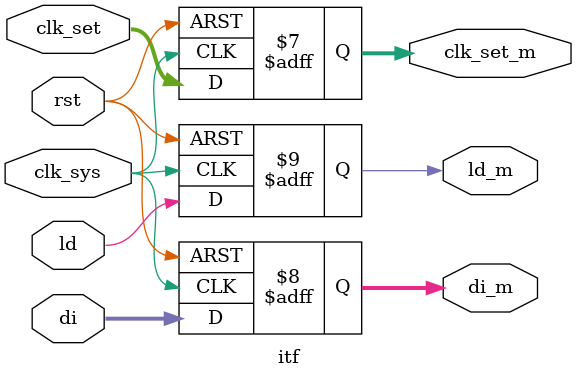
<source format=v>
`timescale 1ns/1ns
module itf(clk_sys,rst,ld,di,clk_set,ld_m,di_m,clk_set_m);
input clk_sys;
input rst;
input ld;
input[3:0] di;
input[1:0] clk_set;
output ld_m;
output[3:0] di_m;
output[1:0] clk_set_m;
//------------------------------------------------------------
reg ld_m;
reg[1:0] clk_set_m;
reg[3:0] di_m;
//------------------------------------------------------------
always @(posedge clk_sys or posedge rst)
begin
    if(rst == 1'b1)
        ld_m <= 1'b0;
    else
        ld_m <= ld;    
end
//------------------------------------------------------------
always @(posedge clk_sys or posedge rst)
begin
    if(rst == 1'b1)
        di_m <= 4'b0000;
    else
        di_m <= di;
end
//------------------------------------------------------------
always @(posedge clk_sys or posedge rst)
begin
    if(rst == 1'b1)
        clk_set_m <= 2'b00;
    else
        clk_set_m <= clk_set;
end
//------------------------------------------------------------
endmodule 
</source>
